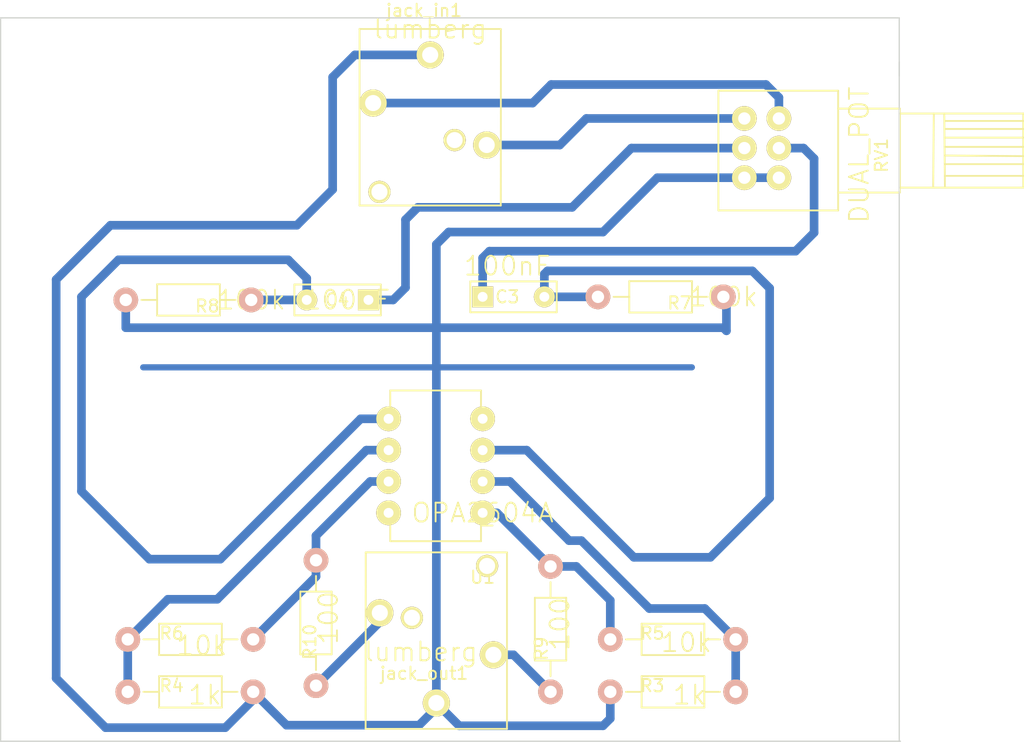
<source format=kicad_pcb>
(kicad_pcb (version 3) (host pcbnew "(22-Jun-2014 BZR 4027)-stable")

  (general
    (links 25)
    (no_connects 0)
    (area 83.649999 62.225 167.625001 123.25)
    (thickness 1.6)
    (drawings 5)
    (tracks 101)
    (zones 0)
    (modules 14)
    (nets 16)
  )

  (page A3)
  (layers
    (15 F.Cu signal)
    (0 B.Cu signal)
    (16 B.Adhes user)
    (17 F.Adhes user)
    (18 B.Paste user)
    (19 F.Paste user)
    (20 B.SilkS user)
    (21 F.SilkS user)
    (22 B.Mask user)
    (23 F.Mask user)
    (24 Dwgs.User user)
    (25 Cmts.User user)
    (26 Eco1.User user)
    (27 Eco2.User user)
    (28 Edge.Cuts user)
  )

  (setup
    (last_trace_width 0.5)
    (trace_clearance 1)
    (zone_clearance 0.508)
    (zone_45_only no)
    (trace_min 0.2)
    (segment_width 0.2)
    (edge_width 0.1)
    (via_size 2)
    (via_drill 1)
    (via_min_size 1.5)
    (via_min_drill 0.3)
    (uvia_size 0.3)
    (uvia_drill 0.1)
    (uvias_allowed no)
    (uvia_min_size 0.2)
    (uvia_min_drill 0.1)
    (pcb_text_width 0.3)
    (pcb_text_size 1.5 1.5)
    (mod_edge_width 0.15)
    (mod_text_size 1 1)
    (mod_text_width 0.15)
    (pad_size 2.2 2.2)
    (pad_drill 1.2)
    (pad_to_mask_clearance 0)
    (aux_axis_origin 0 0)
    (visible_elements 7FFFFFFF)
    (pcbplotparams
      (layerselection 1)
      (usegerberextensions true)
      (excludeedgelayer true)
      (linewidth 0.150000)
      (plotframeref false)
      (viasonmask false)
      (mode 1)
      (useauxorigin false)
      (hpglpennumber 1)
      (hpglpenspeed 20)
      (hpglpendiameter 15)
      (hpglpenoverlay 2)
      (psnegative false)
      (psa4output false)
      (plotreference true)
      (plotvalue true)
      (plotothertext true)
      (plotinvisibletext false)
      (padsonsilk false)
      (subtractmaskfromsilk false)
      (outputformat 1)
      (mirror false)
      (drillshape 0)
      (scaleselection 1)
      (outputdirectory ""))
  )

  (net 0 "")
  (net 1 GNDREF)
  (net 2 N-0000010)
  (net 3 N-0000011)
  (net 4 N-0000012)
  (net 5 N-0000015)
  (net 6 N-000002)
  (net 7 N-000003)
  (net 8 N-000004)
  (net 9 N-000005)
  (net 10 N-000006)
  (net 11 N-000007)
  (net 12 N-000008)
  (net 13 N-000009)
  (net 14 VCC)
  (net 15 VEE)

  (net_class Default "To jest domyślna klasa połączeń."
    (clearance 1)
    (trace_width 0.5)
    (via_dia 2)
    (via_drill 1)
    (uvia_dia 0.3)
    (uvia_drill 0.1)
    (add_net "")
  )

  (net_class gn ""
    (clearance 1)
    (trace_width 0.7)
    (via_dia 2)
    (via_drill 1)
    (uvia_dia 0.3)
    (uvia_drill 0.1)
    (add_net GNDREF)
  )

  (net_class sygn1 ""
    (clearance 1)
    (trace_width 0.7)
    (via_dia 2)
    (via_drill 1)
    (uvia_dia 0.3)
    (uvia_drill 0.1)
    (add_net N-0000010)
    (add_net N-0000011)
    (add_net N-0000012)
    (add_net N-0000015)
    (add_net N-000002)
    (add_net N-000003)
    (add_net N-000004)
    (add_net N-000005)
    (add_net N-000006)
    (add_net N-000007)
    (add_net N-000008)
    (add_net N-000009)
  )

  (net_class sygn2 ""
    (clearance 1)
    (trace_width 0.7)
    (via_dia 2)
    (via_drill 1)
    (uvia_dia 0.3)
    (uvia_drill 0.1)
  )

  (net_class sygn3 ""
    (clearance 1)
    (trace_width 0.7)
    (via_dia 2)
    (via_drill 1)
    (uvia_dia 0.3)
    (uvia_drill 0.1)
  )

  (net_class sygn4 ""
    (clearance 1)
    (trace_width 0.7)
    (via_dia 2)
    (via_drill 1)
    (uvia_dia 0.3)
    (uvia_drill 0.1)
  )

  (net_class sygn5 ""
    (clearance 1)
    (trace_width 0.7)
    (via_dia 2)
    (via_drill 1)
    (uvia_dia 0.3)
    (uvia_drill 0.1)
  )

  (net_class vccvee ""
    (clearance 1)
    (trace_width 0.7)
    (via_dia 2)
    (via_drill 1)
    (uvia_dia 0.3)
    (uvia_drill 0.1)
    (add_net VCC)
    (add_net VEE)
  )

  (module tk_wima_C_Rect_L7_W2.5_P5 (layer F.Cu) (tedit 58C26C2B) (tstamp 58C012B3)
    (at 113.5 87.25 180)
    (descr "wima 7x 2.5x5mm")
    (tags Capacitor)
    (path /5799D456)
    (fp_text reference C4 (at 2.54 0 180) (layer F.SilkS)
      (effects (font (size 1 1) (thickness 0.15)))
    )
    (fp_text value 100nF (at 1.75 0 180) (layer F.SilkS)
      (effects (font (size 1.524 1.524) (thickness 0.15)))
    )
    (fp_line (start -1 -1.25) (end 6 -1.25) (layer F.SilkS) (width 0.15))
    (fp_line (start 6 -1.25) (end 6 1.25) (layer F.SilkS) (width 0.15))
    (fp_line (start 6 1.25) (end -1 1.25) (layer F.SilkS) (width 0.15))
    (fp_line (start -1 1.25) (end -1 -1.25) (layer F.SilkS) (width 0.15))
    (pad 1 thru_hole rect (at 0 0 180) (size 1.7 1.7) (drill 0.8)
      (layers *.Cu *.Mask F.SilkS)
      (net 9 N-000005)
    )
    (pad 2 thru_hole circle (at 5 0 180) (size 1.7 1.7) (drill 0.8)
      (layers *.Cu *.Mask F.SilkS)
      (net 10 N-000006)
    )
    (model Capacitors_ThroughHole.3dshapes/C_Rect_L7_W2_P5.wrl
      (at (xyz 0.1 0 0))
      (scale (xyz 1 1 1))
      (rotate (xyz 0 0 0))
    )
  )

  (module tk_wima_C_Rect_L7_W2.5_P5 (layer F.Cu) (tedit 58C26829) (tstamp 58C012BD)
    (at 122.75 87)
    (descr "wima 7x 2.5x5mm")
    (tags Capacitor)
    (path /5799CC47)
    (fp_text reference C3 (at 2 0) (layer F.SilkS)
      (effects (font (size 1 1) (thickness 0.15)))
    )
    (fp_text value 100nF (at 2 -2.5) (layer F.SilkS)
      (effects (font (size 1.524 1.524) (thickness 0.15)))
    )
    (fp_line (start -1 -1.25) (end 6 -1.25) (layer F.SilkS) (width 0.15))
    (fp_line (start 6 -1.25) (end 6 1.25) (layer F.SilkS) (width 0.15))
    (fp_line (start 6 1.25) (end -1 1.25) (layer F.SilkS) (width 0.15))
    (fp_line (start -1 1.25) (end -1 -1.25) (layer F.SilkS) (width 0.15))
    (pad 1 thru_hole rect (at 0 0) (size 1.7 1.7) (drill 0.8)
      (layers *.Cu *.Mask F.SilkS)
      (net 8 N-000004)
    )
    (pad 2 thru_hole circle (at 5 0) (size 1.7 1.7) (drill 0.8)
      (layers *.Cu *.Mask F.SilkS)
      (net 3 N-0000011)
    )
    (model Capacitors_ThroughHole.3dshapes/C_Rect_L7_W2_P5.wrl
      (at (xyz 0.1 0 0))
      (scale (xyz 1 1 1))
      (rotate (xyz 0 0 0))
    )
  )

  (module tk_Resistor_Horizontal_RM10mm (layer F.Cu) (tedit 58C2931A) (tstamp 58C012CF)
    (at 143.25 119 180)
    (descr "Resistor, Axial,  RM 10mm, 1/3W")
    (tags "Resistor Axial RM 10mm 1/3W")
    (path /576B9F4D)
    (fp_text reference R3 (at 6.75 0.5 180) (layer F.SilkS)
      (effects (font (size 1 1) (thickness 0.15)))
    )
    (fp_text value 1k (at 3.75 -0.25 180) (layer F.SilkS)
      (effects (font (size 1.524 1.524) (thickness 0.15)))
    )
    (fp_line (start 2.54 -1.27) (end 7.62 -1.27) (layer F.SilkS) (width 0.15))
    (fp_line (start 7.62 -1.27) (end 7.62 1.27) (layer F.SilkS) (width 0.15))
    (fp_line (start 7.62 1.27) (end 2.54 1.27) (layer F.SilkS) (width 0.15))
    (fp_line (start 2.54 1.27) (end 2.54 -1.27) (layer F.SilkS) (width 0.15))
    (fp_line (start 2.54 0) (end 1.27 0) (layer F.SilkS) (width 0.15))
    (fp_line (start 7.62 0) (end 8.89 0) (layer F.SilkS) (width 0.15))
    (pad 1 thru_hole circle (at 0 0 180) (size 1.99898 1.99898) (drill 1.00076)
      (layers *.Cu *.SilkS *.Mask)
      (net 13 N-000009)
      (clearance 1)
    )
    (pad 2 thru_hole circle (at 10.16 0 180) (size 1.99898 1.99898) (drill 1.00076)
      (layers *.Cu *.SilkS *.Mask)
      (net 1 GNDREF)
      (clearance 1)
    )
    (model Resistors_ThroughHole.3dshapes/Resistor_Horizontal_RM10mm.wrl
      (at (xyz 0.2 0 0))
      (scale (xyz 0.4 0.4 0.4))
      (rotate (xyz 0 0 0))
    )
  )

  (module tk_Resistor_Horizontal_RM10mm (layer F.Cu) (tedit 58C292E7) (tstamp 58C012DB)
    (at 109.25 118.5 90)
    (descr "Resistor, Axial,  RM 10mm, 1/3W")
    (tags "Resistor Axial RM 10mm 1/3W")
    (path /579B1DA7)
    (fp_text reference R10 (at 3.55 -0.5 90) (layer F.SilkS)
      (effects (font (size 1 1) (thickness 0.15)))
    )
    (fp_text value 100 (at 5.5 1 90) (layer F.SilkS)
      (effects (font (size 1.524 1.524) (thickness 0.15)))
    )
    (fp_line (start 2.54 -1.27) (end 7.62 -1.27) (layer F.SilkS) (width 0.15))
    (fp_line (start 7.62 -1.27) (end 7.62 1.27) (layer F.SilkS) (width 0.15))
    (fp_line (start 7.62 1.27) (end 2.54 1.27) (layer F.SilkS) (width 0.15))
    (fp_line (start 2.54 1.27) (end 2.54 -1.27) (layer F.SilkS) (width 0.15))
    (fp_line (start 2.54 0) (end 1.27 0) (layer F.SilkS) (width 0.15))
    (fp_line (start 7.62 0) (end 8.89 0) (layer F.SilkS) (width 0.15))
    (pad 1 thru_hole circle (at 0 0 90) (size 1.99898 1.99898) (drill 1.00076)
      (layers *.Cu *.SilkS *.Mask)
      (net 12 N-000008)
      (clearance 1)
    )
    (pad 2 thru_hole circle (at 10.16 0 90) (size 1.99898 1.99898) (drill 1.00076)
      (layers *.Cu *.SilkS *.Mask)
      (net 4 N-0000012)
      (clearance 1)
    )
    (model Resistors_ThroughHole.3dshapes/Resistor_Horizontal_RM10mm.wrl
      (at (xyz 0.2 0 0))
      (scale (xyz 0.4 0.4 0.4))
      (rotate (xyz 0 0 0))
    )
  )

  (module tk_Resistor_Horizontal_RM10mm (layer F.Cu) (tedit 58C29308) (tstamp 58C012E7)
    (at 128.25 119 90)
    (descr "Resistor, Axial,  RM 10mm, 1/3W")
    (tags "Resistor Axial RM 10mm 1/3W")
    (path /579B1CB6)
    (fp_text reference R9 (at 3.5 -0.75 90) (layer F.SilkS)
      (effects (font (size 1 1) (thickness 0.15)))
    )
    (fp_text value 100 (at 5.5 0.75 90) (layer F.SilkS)
      (effects (font (size 1.524 1.524) (thickness 0.15)))
    )
    (fp_line (start 2.54 -1.27) (end 7.62 -1.27) (layer F.SilkS) (width 0.15))
    (fp_line (start 7.62 -1.27) (end 7.62 1.27) (layer F.SilkS) (width 0.15))
    (fp_line (start 7.62 1.27) (end 2.54 1.27) (layer F.SilkS) (width 0.15))
    (fp_line (start 2.54 1.27) (end 2.54 -1.27) (layer F.SilkS) (width 0.15))
    (fp_line (start 2.54 0) (end 1.27 0) (layer F.SilkS) (width 0.15))
    (fp_line (start 7.62 0) (end 8.89 0) (layer F.SilkS) (width 0.15))
    (pad 1 thru_hole circle (at 0 0 90) (size 1.99898 1.99898) (drill 1.00076)
      (layers *.Cu *.SilkS *.Mask)
      (net 11 N-000007)
      (clearance 1)
    )
    (pad 2 thru_hole circle (at 10.16 0 90) (size 1.99898 1.99898) (drill 1.00076)
      (layers *.Cu *.SilkS *.Mask)
      (net 5 N-0000015)
      (clearance 1)
    )
    (model Resistors_ThroughHole.3dshapes/Resistor_Horizontal_RM10mm.wrl
      (at (xyz 0.2 0 0))
      (scale (xyz 0.4 0.4 0.4))
      (rotate (xyz 0 0 0))
    )
  )

  (module tk_Resistor_Horizontal_RM10mm (layer F.Cu) (tedit 58BEB39D) (tstamp 58C27CAF)
    (at 104 87.25 180)
    (descr "Resistor, Axial,  RM 10mm, 1/3W")
    (tags "Resistor Axial RM 10mm 1/3W")
    (path /576BC3E9)
    (fp_text reference R8 (at 3.55 -0.5 180) (layer F.SilkS)
      (effects (font (size 1 1) (thickness 0.15)))
    )
    (fp_text value 100k (at 0 0 180) (layer F.SilkS)
      (effects (font (size 1.524 1.524) (thickness 0.15)))
    )
    (fp_line (start 2.54 -1.27) (end 7.62 -1.27) (layer F.SilkS) (width 0.15))
    (fp_line (start 7.62 -1.27) (end 7.62 1.27) (layer F.SilkS) (width 0.15))
    (fp_line (start 7.62 1.27) (end 2.54 1.27) (layer F.SilkS) (width 0.15))
    (fp_line (start 2.54 1.27) (end 2.54 -1.27) (layer F.SilkS) (width 0.15))
    (fp_line (start 2.54 0) (end 1.27 0) (layer F.SilkS) (width 0.15))
    (fp_line (start 7.62 0) (end 8.89 0) (layer F.SilkS) (width 0.15))
    (pad 1 thru_hole circle (at 0 0 180) (size 1.99898 1.99898) (drill 1.00076)
      (layers *.Cu *.SilkS *.Mask)
      (net 10 N-000006)
      (clearance 1)
    )
    (pad 2 thru_hole circle (at 10.16 0 180) (size 1.99898 1.99898) (drill 1.00076)
      (layers *.Cu *.SilkS *.Mask)
      (net 1 GNDREF)
      (clearance 1)
    )
    (model Resistors_ThroughHole.3dshapes/Resistor_Horizontal_RM10mm.wrl
      (at (xyz 0.2 0 0))
      (scale (xyz 0.4 0.4 0.4))
      (rotate (xyz 0 0 0))
    )
  )

  (module tk_Resistor_Horizontal_RM10mm (layer F.Cu) (tedit 58BEB39D) (tstamp 58C012FF)
    (at 142.25 87 180)
    (descr "Resistor, Axial,  RM 10mm, 1/3W")
    (tags "Resistor Axial RM 10mm 1/3W")
    (path /576BC398)
    (fp_text reference R7 (at 3.55 -0.5 180) (layer F.SilkS)
      (effects (font (size 1 1) (thickness 0.15)))
    )
    (fp_text value 100k (at 0 0 180) (layer F.SilkS)
      (effects (font (size 1.524 1.524) (thickness 0.15)))
    )
    (fp_line (start 2.54 -1.27) (end 7.62 -1.27) (layer F.SilkS) (width 0.15))
    (fp_line (start 7.62 -1.27) (end 7.62 1.27) (layer F.SilkS) (width 0.15))
    (fp_line (start 7.62 1.27) (end 2.54 1.27) (layer F.SilkS) (width 0.15))
    (fp_line (start 2.54 1.27) (end 2.54 -1.27) (layer F.SilkS) (width 0.15))
    (fp_line (start 2.54 0) (end 1.27 0) (layer F.SilkS) (width 0.15))
    (fp_line (start 7.62 0) (end 8.89 0) (layer F.SilkS) (width 0.15))
    (pad 1 thru_hole circle (at 0 0 180) (size 1.99898 1.99898) (drill 1.00076)
      (layers *.Cu *.SilkS *.Mask)
      (net 1 GNDREF)
      (clearance 1)
    )
    (pad 2 thru_hole circle (at 10.16 0 180) (size 1.99898 1.99898) (drill 1.00076)
      (layers *.Cu *.SilkS *.Mask)
      (net 3 N-0000011)
      (clearance 1)
    )
    (model Resistors_ThroughHole.3dshapes/Resistor_Horizontal_RM10mm.wrl
      (at (xyz 0.2 0 0))
      (scale (xyz 0.4 0.4 0.4))
      (rotate (xyz 0 0 0))
    )
  )

  (module tk_Resistor_Horizontal_RM10mm (layer F.Cu) (tedit 58C292C9) (tstamp 58C0130B)
    (at 94 119)
    (descr "Resistor, Axial,  RM 10mm, 1/3W")
    (tags "Resistor Axial RM 10mm 1/3W")
    (path /576B9EB8)
    (fp_text reference R4 (at 3.55 -0.5) (layer F.SilkS)
      (effects (font (size 1 1) (thickness 0.15)))
    )
    (fp_text value 1k (at 6.25 0.25) (layer F.SilkS)
      (effects (font (size 1.524 1.524) (thickness 0.15)))
    )
    (fp_line (start 2.54 -1.27) (end 7.62 -1.27) (layer F.SilkS) (width 0.15))
    (fp_line (start 7.62 -1.27) (end 7.62 1.27) (layer F.SilkS) (width 0.15))
    (fp_line (start 7.62 1.27) (end 2.54 1.27) (layer F.SilkS) (width 0.15))
    (fp_line (start 2.54 1.27) (end 2.54 -1.27) (layer F.SilkS) (width 0.15))
    (fp_line (start 2.54 0) (end 1.27 0) (layer F.SilkS) (width 0.15))
    (fp_line (start 7.62 0) (end 8.89 0) (layer F.SilkS) (width 0.15))
    (pad 1 thru_hole circle (at 0 0) (size 1.99898 1.99898) (drill 1.00076)
      (layers *.Cu *.SilkS *.Mask)
      (net 2 N-0000010)
      (clearance 1)
    )
    (pad 2 thru_hole circle (at 10.16 0) (size 1.99898 1.99898) (drill 1.00076)
      (layers *.Cu *.SilkS *.Mask)
      (net 1 GNDREF)
      (clearance 1)
    )
    (model Resistors_ThroughHole.3dshapes/Resistor_Horizontal_RM10mm.wrl
      (at (xyz 0.2 0 0))
      (scale (xyz 0.4 0.4 0.4))
      (rotate (xyz 0 0 0))
    )
  )

  (module tk_Resistor_Horizontal_RM10mm (layer F.Cu) (tedit 58C292D4) (tstamp 58C01317)
    (at 94 114.75)
    (descr "Resistor, Axial,  RM 10mm, 1/3W")
    (tags "Resistor Axial RM 10mm 1/3W")
    (path /576B9B93)
    (fp_text reference R6 (at 3.55 -0.5) (layer F.SilkS)
      (effects (font (size 1 1) (thickness 0.15)))
    )
    (fp_text value 10k (at 6 0.5) (layer F.SilkS)
      (effects (font (size 1.524 1.524) (thickness 0.15)))
    )
    (fp_line (start 2.54 -1.27) (end 7.62 -1.27) (layer F.SilkS) (width 0.15))
    (fp_line (start 7.62 -1.27) (end 7.62 1.27) (layer F.SilkS) (width 0.15))
    (fp_line (start 7.62 1.27) (end 2.54 1.27) (layer F.SilkS) (width 0.15))
    (fp_line (start 2.54 1.27) (end 2.54 -1.27) (layer F.SilkS) (width 0.15))
    (fp_line (start 2.54 0) (end 1.27 0) (layer F.SilkS) (width 0.15))
    (fp_line (start 7.62 0) (end 8.89 0) (layer F.SilkS) (width 0.15))
    (pad 1 thru_hole circle (at 0 0) (size 1.99898 1.99898) (drill 1.00076)
      (layers *.Cu *.SilkS *.Mask)
      (net 2 N-0000010)
      (clearance 1)
    )
    (pad 2 thru_hole circle (at 10.16 0) (size 1.99898 1.99898) (drill 1.00076)
      (layers *.Cu *.SilkS *.Mask)
      (net 4 N-0000012)
      (clearance 1)
    )
    (model Resistors_ThroughHole.3dshapes/Resistor_Horizontal_RM10mm.wrl
      (at (xyz 0.2 0 0))
      (scale (xyz 0.4 0.4 0.4))
      (rotate (xyz 0 0 0))
    )
  )

  (module tk_Resistor_Horizontal_RM10mm (layer F.Cu) (tedit 58C29312) (tstamp 58C01323)
    (at 143.25 114.75 180)
    (descr "Resistor, Axial,  RM 10mm, 1/3W")
    (tags "Resistor Axial RM 10mm 1/3W")
    (path /576B9B60)
    (fp_text reference R5 (at 6.75 0.5 180) (layer F.SilkS)
      (effects (font (size 1 1) (thickness 0.15)))
    )
    (fp_text value 10k (at 4 -0.25 180) (layer F.SilkS)
      (effects (font (size 1.524 1.524) (thickness 0.15)))
    )
    (fp_line (start 2.54 -1.27) (end 7.62 -1.27) (layer F.SilkS) (width 0.15))
    (fp_line (start 7.62 -1.27) (end 7.62 1.27) (layer F.SilkS) (width 0.15))
    (fp_line (start 7.62 1.27) (end 2.54 1.27) (layer F.SilkS) (width 0.15))
    (fp_line (start 2.54 1.27) (end 2.54 -1.27) (layer F.SilkS) (width 0.15))
    (fp_line (start 2.54 0) (end 1.27 0) (layer F.SilkS) (width 0.15))
    (fp_line (start 7.62 0) (end 8.89 0) (layer F.SilkS) (width 0.15))
    (pad 1 thru_hole circle (at 0 0 180) (size 1.99898 1.99898) (drill 1.00076)
      (layers *.Cu *.SilkS *.Mask)
      (net 13 N-000009)
      (clearance 1)
    )
    (pad 2 thru_hole circle (at 10.16 0 180) (size 1.99898 1.99898) (drill 1.00076)
      (layers *.Cu *.SilkS *.Mask)
      (net 5 N-0000015)
      (clearance 1)
    )
    (model Resistors_ThroughHole.3dshapes/Resistor_Horizontal_RM10mm.wrl
      (at (xyz 0.2 0 0))
      (scale (xyz 0.4 0.4 0.4))
      (rotate (xyz 0 0 0))
    )
  )

  (module tk_Potentiometer_10k-double-nioh (layer F.Cu) (tedit 58BEC0F4) (tstamp 58C27B76)
    (at 151.25 73 90)
    (descr "Potentiometer, double, dual,  Alps, RK16, single, RevA, 30 July 2010,")
    (tags "Potentiometer, double, dual, Alps, RK16, single, RevA, 30 July 2010,")
    (path /576BB17C)
    (fp_text reference RV1 (at -2.54 3.81 90) (layer F.SilkS)
      (effects (font (size 1 1) (thickness 0.15)))
    )
    (fp_text value DUAL_POT (at -2.5 2 90) (layer F.SilkS)
      (effects (font (size 1.524 1.524) (thickness 0.15)))
    )
    (fp_line (start -5.1 8.95) (end 0.8 8.9) (layer F.SilkS) (width 0.15))
    (fp_line (start -4.2 8.95) (end -4.2 15.25) (layer F.SilkS) (width 0.15))
    (fp_line (start -3.25 8.95) (end -3.25 15.3) (layer F.SilkS) (width 0.15))
    (fp_line (start -2.55 8.95) (end -2.6 15.25) (layer F.SilkS) (width 0.15))
    (fp_line (start -1.85 8.95) (end -1.85 15.25) (layer F.SilkS) (width 0.15))
    (fp_line (start -1.1 9) (end -1.1 15.3) (layer F.SilkS) (width 0.15))
    (fp_line (start -0.4 9) (end -0.4 15.25) (layer F.SilkS) (width 0.15))
    (fp_line (start 0.25 8.95) (end 0.25 15.25) (layer F.SilkS) (width 0.15))
    (fp_line (start 0.85 8.05) (end -5.15 8) (layer F.SilkS) (width 0.15))
    (fp_line (start 0.85 5.3) (end -5.15 5.3) (layer F.SilkS) (width 0.15))
    (fp_line (start -5.15 5.3) (end -5.15 15.3) (layer F.SilkS) (width 0.15))
    (fp_line (start -5.15 15.3) (end 0.85 15.3) (layer F.SilkS) (width 0.15))
    (fp_line (start 0.85 15.3) (end 0.85 5.3) (layer F.SilkS) (width 0.15))
    (fp_line (start -5.55 0.3) (end -5.55 5.3) (layer F.SilkS) (width 0.15))
    (fp_line (start -5.55 5.3) (end 1.25 5.3) (layer F.SilkS) (width 0.15))
    (fp_line (start 1.25 0.3) (end 1.25 5.3) (layer F.SilkS) (width 0.15))
    (fp_line (start 2.7 0.3) (end 2.7 -9.4) (layer F.SilkS) (width 0.15))
    (fp_line (start 2.7 -9.4) (end -7 -9.4) (layer F.SilkS) (width 0.15))
    (fp_line (start -7 0.3) (end 2.7 0.3) (layer F.SilkS) (width 0.15))
    (fp_line (start -7 -9.4) (end -7 0.3) (layer F.SilkS) (width 0.15))
    (pad 4 thru_hole circle (at -4.35 -7.3) (size 2 2) (drill 1)
      (layers *.Cu *.Mask F.SilkS)
      (net 1 GNDREF)
      (clearance 1)
    )
    (pad 5 thru_hole circle (at -1.95 -7.3) (size 2 2) (drill 1)
      (layers *.Cu *.Mask F.SilkS)
      (net 9 N-000005)
      (clearance 1)
    )
    (pad 6 thru_hole circle (at 0.45 -7.3) (size 2 2) (drill 1)
      (layers *.Cu *.Mask F.SilkS)
      (net 7 N-000003)
      (clearance 1)
    )
    (pad 2 thru_hole circle (at -1.95 -4.5) (size 2 2) (drill 1)
      (layers *.Cu *.Mask F.SilkS)
      (net 8 N-000004)
      (clearance 1)
    )
    (pad 1 thru_hole circle (at -4.35 -4.5) (size 2 2) (drill 1)
      (layers *.Cu *.Mask F.SilkS)
      (net 1 GNDREF)
      (clearance 1)
    )
    (pad 3 thru_hole circle (at 0.45 -4.5) (size 2 2) (drill 1)
      (layers *.Cu *.Mask F.SilkS)
      (net 6 N-000002)
      (clearance 1)
    )
  )

  (module tk_lumberg (layer F.Cu) (tedit 58C292F8) (tstamp 58C01366)
    (at 119 122)
    (path /579600D8)
    (fp_text reference jack_out1 (at -1 -4.5) (layer F.SilkS)
      (effects (font (size 1 1) (thickness 0.15)))
    )
    (fp_text value lumberg (at -1.25 -6.25) (layer F.SilkS)
      (effects (font (size 1.524 1.524) (thickness 0.15)))
    )
    (fp_line (start -5.72 0) (end 5.72 0) (layer F.SilkS) (width 0.15))
    (fp_line (start 5.72 0) (end 5.72 -14.3) (layer F.SilkS) (width 0.15))
    (fp_line (start 5.72 -14.3) (end -5.72 -14.3) (layer F.SilkS) (width 0.15))
    (fp_line (start -5.72 -14.3) (end -5.73 -0.02) (layer F.SilkS) (width 0.15))
    (pad 1 thru_hole circle (at 0 -2.1) (size 2.2 2.2) (drill 1.3)
      (layers *.Cu *.Mask F.SilkS)
      (net 1 GNDREF)
    )
    (pad 2 thru_hole circle (at 4.62 -6) (size 2.2 2.2) (drill 1.3)
      (layers *.Cu *.Mask F.SilkS)
      (net 11 N-000007)
    )
    (pad 3 thru_hole circle (at -4.58 -9.4) (size 2.2 2.2) (drill 1.3)
      (layers *.Cu *.Mask F.SilkS)
      (net 12 N-000008)
    )
    (pad 4 thru_hole circle (at -1.98 -9) (size 1.8 1.8) (drill 1.3)
      (layers *.Cu *.Mask F.SilkS)
    )
    (pad 5 thru_hole circle (at 4.11 -13.2) (size 1.8 1.8) (drill 1.3)
      (layers *.Cu *.Mask F.SilkS)
    )
  )

  (module tk_lumberg (layer F.Cu) (tedit 58BEB257) (tstamp 58C01373)
    (at 118.5 65.3 180)
    (path /57961887)
    (fp_text reference jack_in1 (at 0.5 1.5 180) (layer F.SilkS)
      (effects (font (size 1 1) (thickness 0.15)))
    )
    (fp_text value lumberg (at 0 0 180) (layer F.SilkS)
      (effects (font (size 1.524 1.524) (thickness 0.15)))
    )
    (fp_line (start -5.72 0) (end 5.72 0) (layer F.SilkS) (width 0.15))
    (fp_line (start 5.72 0) (end 5.72 -14.3) (layer F.SilkS) (width 0.15))
    (fp_line (start 5.72 -14.3) (end -5.72 -14.3) (layer F.SilkS) (width 0.15))
    (fp_line (start -5.72 -14.3) (end -5.73 -0.02) (layer F.SilkS) (width 0.15))
    (pad 1 thru_hole circle (at 0 -2.1 180) (size 2.2 2.2) (drill 1.3)
      (layers *.Cu *.Mask F.SilkS)
      (net 1 GNDREF)
    )
    (pad 2 thru_hole circle (at 4.62 -6 180) (size 2.2 2.2) (drill 1.3)
      (layers *.Cu *.Mask F.SilkS)
      (net 6 N-000002)
    )
    (pad 3 thru_hole circle (at -4.58 -9.4 180) (size 2.2 2.2) (drill 1.3)
      (layers *.Cu *.Mask F.SilkS)
      (net 7 N-000003)
    )
    (pad 4 thru_hole circle (at -1.98 -9 180) (size 1.8 1.8) (drill 1.3)
      (layers *.Cu *.Mask F.SilkS)
    )
    (pad 5 thru_hole circle (at 4.11 -13.2 180) (size 1.8 1.8) (drill 1.3)
      (layers *.Cu *.Mask F.SilkS)
    )
  )

  (module tk_DIP-8_W7.62mm (layer F.Cu) (tedit 584FF285) (tstamp 58C01386)
    (at 122.75 104.5 180)
    (descr "8-lead dip package, row spacing 7.62 mm (300 mils)")
    (tags "dil dip 2.54 300")
    (path /576B95AD)
    (clearance 1)
    (fp_text reference U1 (at 0 -5.22 180) (layer F.SilkS)
      (effects (font (size 1 1) (thickness 0.15)))
    )
    (fp_text value OPA2604A (at 0 0 180) (layer F.SilkS)
      (effects (font (size 1.524 1.524) (thickness 0.15)))
    )
    (fp_line (start 0.135 -2.295) (end 0.135 -1.025) (layer F.SilkS) (width 0.15))
    (fp_line (start 7.485 -2.295) (end 7.485 -1.025) (layer F.SilkS) (width 0.15))
    (fp_line (start 7.485 9.915) (end 7.485 8.645) (layer F.SilkS) (width 0.15))
    (fp_line (start 0.135 9.915) (end 0.135 8.645) (layer F.SilkS) (width 0.15))
    (fp_line (start 0.135 -2.295) (end 7.485 -2.295) (layer F.SilkS) (width 0.15))
    (fp_line (start 0.135 9.915) (end 7.485 9.915) (layer F.SilkS) (width 0.15))
    (fp_line (start 0.135 -1.025) (end -0.8 -1.025) (layer F.SilkS) (width 0.15))
    (pad 1 thru_hole oval (at 0 0 180) (size 2 2) (drill 0.8)
      (layers *.Cu *.Mask F.SilkS)
      (net 5 N-0000015)
    )
    (pad 2 thru_hole oval (at 0 2.54 180) (size 2 2) (drill 0.8)
      (layers *.Cu *.Mask F.SilkS)
      (net 13 N-000009)
    )
    (pad 3 thru_hole oval (at 0 5.08 180) (size 2 2) (drill 0.8)
      (layers *.Cu *.Mask F.SilkS)
      (net 3 N-0000011)
    )
    (pad 4 thru_hole oval (at 0 7.62 180) (size 2 2) (drill 0.8)
      (layers *.Cu *.Mask F.SilkS)
      (net 15 VEE)
    )
    (pad 5 thru_hole oval (at 7.62 7.62 180) (size 2 2) (drill 0.8)
      (layers *.Cu *.Mask F.SilkS)
      (net 10 N-000006)
    )
    (pad 6 thru_hole oval (at 7.62 5.08 180) (size 2 2) (drill 0.8)
      (layers *.Cu *.Mask F.SilkS)
      (net 2 N-0000010)
    )
    (pad 7 thru_hole oval (at 7.62 2.54 180) (size 2 2) (drill 0.8)
      (layers *.Cu *.Mask F.SilkS)
      (net 4 N-0000012)
    )
    (pad 8 thru_hole oval (at 7.62 0 180) (size 2 2) (drill 0.8)
      (layers *.Cu *.Mask F.SilkS)
      (net 14 VCC)
    )
    (model Housings_DIP.3dshapes/DIP-8_W7.62mm.wrl
      (at (xyz 0 0 0))
      (scale (xyz 1 1 1))
      (rotate (xyz 0 0 0))
    )
  )

  (gr_line (start 156.5 64.4) (end 156.5 69.1) (angle 90) (layer Edge.Cuts) (width 0.1))
  (gr_line (start 83.7 64.4) (end 156.5 64.4) (angle 90) (layer Edge.Cuts) (width 0.1))
  (gr_line (start 83.7 123) (end 83.7 64.4) (angle 90) (layer Edge.Cuts) (width 0.1))
  (gr_line (start 83.7 123) (end 156.6 123) (angle 90) (layer Edge.Cuts) (width 0.1))
  (gr_line (start 156.5 68) (end 156.5 123) (angle 90) (layer Edge.Cuts) (width 0.1))

  (segment (start 95.25 92.71) (end 139.7 92.71) (width 0.5) (layer B.Cu) (net 0))
  (segment (start 104.16 119) (end 104.16 119.64) (width 0.7) (layer B.Cu) (net 1))
  (segment (start 112.4 67.4) (end 118.5 67.4) (width 0.7) (layer B.Cu) (net 1) (tstamp 58C2BB0A))
  (segment (start 110.6 69.2) (end 112.4 67.4) (width 0.7) (layer B.Cu) (net 1) (tstamp 58C2BB09))
  (segment (start 110.6 78.3) (end 110.6 69.2) (width 0.7) (layer B.Cu) (net 1) (tstamp 58C2BB07))
  (segment (start 107.7 81.2) (end 110.6 78.3) (width 0.7) (layer B.Cu) (net 1) (tstamp 58C2BB06))
  (segment (start 92.6 81.2) (end 107.7 81.2) (width 0.7) (layer B.Cu) (net 1) (tstamp 58C2BB04))
  (segment (start 88.2 85.6) (end 92.6 81.2) (width 0.7) (layer B.Cu) (net 1) (tstamp 58C2BB02))
  (segment (start 88.2 117.9) (end 88.2 85.6) (width 0.7) (layer B.Cu) (net 1) (tstamp 58C2BB00))
  (segment (start 92.2 121.9) (end 88.2 117.9) (width 0.7) (layer B.Cu) (net 1) (tstamp 58C2BAFF))
  (segment (start 101.9 121.9) (end 92.2 121.9) (width 0.7) (layer B.Cu) (net 1) (tstamp 58C2BAFE))
  (segment (start 104.16 119.64) (end 101.9 121.9) (width 0.7) (layer B.Cu) (net 1) (tstamp 58C2BAFD))
  (segment (start 119 119.9) (end 119 120.3) (width 0.7) (layer B.Cu) (net 1))
  (segment (start 106.86 121.7) (end 104.16 119) (width 0.7) (layer B.Cu) (net 1) (tstamp 58C2BAFB))
  (segment (start 117.6 121.7) (end 106.86 121.7) (width 0.7) (layer B.Cu) (net 1) (tstamp 58C2BAFA))
  (segment (start 119 120.3) (end 117.6 121.7) (width 0.7) (layer B.Cu) (net 1) (tstamp 58C2BAF9))
  (segment (start 133.09 119) (end 133.09 121.16) (width 0.7) (layer B.Cu) (net 1))
  (segment (start 120.85 121.75) (end 119 119.9) (width 0.7) (layer B.Cu) (net 1) (tstamp 58C2904F))
  (segment (start 132.5 121.75) (end 120.85 121.75) (width 0.7) (layer B.Cu) (net 1) (tstamp 58C2904B))
  (segment (start 133.09 121.16) (end 132.5 121.75) (width 0.7) (layer B.Cu) (net 1) (tstamp 58C29047))
  (segment (start 143.95 77.35) (end 146.75 77.35) (width 0.7) (layer B.Cu) (net 1))
  (segment (start 119 89.5) (end 119 82.75) (width 0.7) (layer B.Cu) (net 1))
  (segment (start 136.9 77.35) (end 143.95 77.35) (width 0.7) (layer B.Cu) (net 1) (tstamp 58C28FDE))
  (segment (start 132.5 81.75) (end 136.9 77.35) (width 0.7) (layer B.Cu) (net 1) (tstamp 58C28FDA))
  (segment (start 120 81.75) (end 132.5 81.75) (width 0.7) (layer B.Cu) (net 1) (tstamp 58C28FD5))
  (segment (start 119 82.75) (end 120 81.75) (width 0.7) (layer B.Cu) (net 1) (tstamp 58C28FD2))
  (segment (start 119 119.9) (end 119 89.5) (width 0.7) (layer B.Cu) (net 1))
  (segment (start 93.84 89.5) (end 119 89.5) (width 0.7) (layer B.Cu) (net 1))
  (segment (start 119 89.5) (end 142.25 89.5) (width 0.7) (layer B.Cu) (net 1) (tstamp 58C28EEC))
  (segment (start 142.25 89.5) (end 142.5 89.75) (width 0.7) (layer B.Cu) (net 1) (tstamp 58C28EBA))
  (segment (start 142.5 89.75) (end 142.5 87.25) (width 0.7) (layer B.Cu) (net 1) (tstamp 58C28EBF))
  (segment (start 142.5 87.25) (end 142.25 87) (width 0.7) (layer B.Cu) (net 1) (tstamp 58C28935))
  (segment (start 93.84 87.25) (end 93.84 89.5) (width 0.7) (layer B.Cu) (net 1))
  (segment (start 94 119) (end 94 114.75) (width 0.7) (layer B.Cu) (net 2))
  (segment (start 115.13 99.42) (end 113.33 99.42) (width 0.7) (layer B.Cu) (net 2))
  (segment (start 97.25 111.5) (end 94 114.75) (width 0.7) (layer B.Cu) (net 2) (tstamp 58C27D1D))
  (segment (start 101.25 111.5) (end 97.25 111.5) (width 0.7) (layer B.Cu) (net 2) (tstamp 58C27D1C))
  (segment (start 113.33 99.42) (end 101.25 111.5) (width 0.7) (layer B.Cu) (net 2) (tstamp 58C27D1B))
  (segment (start 127.75 87) (end 127.75 85.15) (width 0.7) (layer B.Cu) (net 3))
  (segment (start 126.32 99.42) (end 122.75 99.42) (width 0.7) (layer B.Cu) (net 3) (tstamp 58C2BB32))
  (segment (start 135 108.1) (end 126.32 99.42) (width 0.7) (layer B.Cu) (net 3) (tstamp 58C2BB30))
  (segment (start 141.2 108.1) (end 135 108.1) (width 0.7) (layer B.Cu) (net 3) (tstamp 58C2BB2E))
  (segment (start 146 103.3) (end 141.2 108.1) (width 0.7) (layer B.Cu) (net 3) (tstamp 58C2BB2C))
  (segment (start 146 86.3) (end 146 103.3) (width 0.7) (layer B.Cu) (net 3) (tstamp 58C2BB2B))
  (segment (start 144.6 84.9) (end 146 86.3) (width 0.7) (layer B.Cu) (net 3) (tstamp 58C2BB2A))
  (segment (start 128 84.9) (end 144.6 84.9) (width 0.7) (layer B.Cu) (net 3) (tstamp 58C2BB29))
  (segment (start 127.75 85.15) (end 128 84.9) (width 0.7) (layer B.Cu) (net 3) (tstamp 58C2BB28))
  (segment (start 132.09 87) (end 127.75 87) (width 0.7) (layer B.Cu) (net 3))
  (segment (start 115.13 101.96) (end 113.64 101.96) (width 0.7) (layer B.Cu) (net 4))
  (segment (start 109.25 106.35) (end 109.25 108.34) (width 0.7) (layer B.Cu) (net 4) (tstamp 58C2BB0E))
  (segment (start 113.64 101.96) (end 109.25 106.35) (width 0.7) (layer B.Cu) (net 4) (tstamp 58C2BB0D))
  (segment (start 109.25 108.34) (end 109.25 109.66) (width 0.7) (layer B.Cu) (net 4))
  (segment (start 109.25 109.66) (end 104.16 114.75) (width 0.7) (layer B.Cu) (net 4) (tstamp 58C27D15))
  (segment (start 128.25 108.84) (end 130.34 108.84) (width 0.7) (layer B.Cu) (net 5))
  (segment (start 133.09 111.59) (end 133.09 114.75) (width 0.7) (layer B.Cu) (net 5) (tstamp 58C2875C))
  (segment (start 130.34 108.84) (end 133.09 111.59) (width 0.7) (layer B.Cu) (net 5) (tstamp 58C28757))
  (segment (start 122.75 104.5) (end 123.91 104.5) (width 0.7) (layer B.Cu) (net 5))
  (segment (start 123.91 104.5) (end 128.25 108.84) (width 0.7) (layer B.Cu) (net 5) (tstamp 58C28752))
  (segment (start 113.88 71.3) (end 126.8 71.3) (width 0.7) (layer B.Cu) (net 6))
  (segment (start 146.75 70.85) (end 146.75 72.55) (width 0.7) (layer B.Cu) (net 6) (tstamp 58C29DC5))
  (segment (start 145.7 69.8) (end 146.75 70.85) (width 0.7) (layer B.Cu) (net 6) (tstamp 58C29DC0))
  (segment (start 128.3 69.8) (end 145.7 69.8) (width 0.7) (layer B.Cu) (net 6) (tstamp 58C29DBD))
  (segment (start 126.8 71.3) (end 128.3 69.8) (width 0.7) (layer B.Cu) (net 6) (tstamp 58C29DB5))
  (segment (start 123.08 74.7) (end 129 74.7) (width 0.7) (layer B.Cu) (net 7))
  (segment (start 131.15 72.55) (end 143.95 72.55) (width 0.7) (layer B.Cu) (net 7) (tstamp 58C29DA9))
  (segment (start 129 74.7) (end 131.15 72.55) (width 0.7) (layer B.Cu) (net 7) (tstamp 58C29D9E))
  (segment (start 122.75 87) (end 122.75 83.85) (width 0.7) (layer B.Cu) (net 8))
  (segment (start 148.75 74.95) (end 146.75 74.95) (width 0.7) (layer B.Cu) (net 8) (tstamp 58C2BB25))
  (segment (start 149.6 75.8) (end 148.75 74.95) (width 0.7) (layer B.Cu) (net 8) (tstamp 58C2BB24))
  (segment (start 149.6 81.8) (end 149.6 75.8) (width 0.7) (layer B.Cu) (net 8) (tstamp 58C2BB23))
  (segment (start 148.1 83.3) (end 149.6 81.8) (width 0.7) (layer B.Cu) (net 8) (tstamp 58C2BB22))
  (segment (start 123.3 83.3) (end 148.1 83.3) (width 0.7) (layer B.Cu) (net 8) (tstamp 58C2BB21))
  (segment (start 122.75 83.85) (end 123.3 83.3) (width 0.7) (layer B.Cu) (net 8) (tstamp 58C2BB20))
  (segment (start 113.5 87.25) (end 115.5 87.25) (width 0.7) (layer B.Cu) (net 9))
  (segment (start 134.8 74.95) (end 143.95 74.95) (width 0.7) (layer B.Cu) (net 9) (tstamp 58C28F33))
  (segment (start 130 79.75) (end 134.8 74.95) (width 0.7) (layer B.Cu) (net 9) (tstamp 58C28F2F))
  (segment (start 117.5 79.75) (end 130 79.75) (width 0.7) (layer B.Cu) (net 9) (tstamp 58C28F1D))
  (segment (start 116.5 80.75) (end 117.5 79.75) (width 0.7) (layer B.Cu) (net 9) (tstamp 58C28F1A))
  (segment (start 116.5 86.25) (end 116.5 80.75) (width 0.7) (layer B.Cu) (net 9) (tstamp 58C28F17))
  (segment (start 115.5 87.25) (end 116.5 86.25) (width 0.7) (layer B.Cu) (net 9) (tstamp 58C28F08))
  (segment (start 108.5 87.25) (end 104 87.25) (width 0.7) (layer B.Cu) (net 10))
  (segment (start 115.13 96.88) (end 112.87 96.88) (width 0.7) (layer B.Cu) (net 10))
  (segment (start 108.5 85.5) (end 108.5 87.25) (width 0.7) (layer B.Cu) (net 10) (tstamp 58C2864D))
  (segment (start 107 84) (end 108.5 85.5) (width 0.7) (layer B.Cu) (net 10) (tstamp 58C28647))
  (segment (start 93.25 84) (end 107 84) (width 0.7) (layer B.Cu) (net 10) (tstamp 58C28640))
  (segment (start 90.25 87) (end 93.25 84) (width 0.7) (layer B.Cu) (net 10) (tstamp 58C2863E))
  (segment (start 90.25 102.75) (end 90.25 87) (width 0.7) (layer B.Cu) (net 10) (tstamp 58C28637))
  (segment (start 95.75 108.25) (end 90.25 102.75) (width 0.7) (layer B.Cu) (net 10) (tstamp 58C28633))
  (segment (start 101.5 108.25) (end 95.75 108.25) (width 0.7) (layer B.Cu) (net 10) (tstamp 58C2862E))
  (segment (start 112.87 96.88) (end 101.5 108.25) (width 0.7) (layer B.Cu) (net 10) (tstamp 58C28628))
  (segment (start 123.62 116) (end 125.25 116) (width 0.7) (layer B.Cu) (net 11))
  (segment (start 125.25 116) (end 128.25 119) (width 0.7) (layer B.Cu) (net 11) (tstamp 58C27208))
  (segment (start 114.42 112.6) (end 114.42 113.33) (width 0.7) (layer B.Cu) (net 12))
  (segment (start 114.42 113.33) (end 109.25 118.5) (width 0.7) (layer B.Cu) (net 12) (tstamp 58C27210))
  (segment (start 143.25 119) (end 143.25 114.75) (width 0.7) (layer B.Cu) (net 13))
  (segment (start 122.75 101.96) (end 124.96 101.96) (width 0.7) (layer B.Cu) (net 13))
  (segment (start 140.75 112.25) (end 143.25 114.75) (width 0.7) (layer B.Cu) (net 13) (tstamp 58C2882F))
  (segment (start 136.25 112.25) (end 140.75 112.25) (width 0.7) (layer B.Cu) (net 13) (tstamp 58C2882D))
  (segment (start 130.75 106.75) (end 136.25 112.25) (width 0.7) (layer B.Cu) (net 13) (tstamp 58C2882C))
  (segment (start 129.75 106.75) (end 130.75 106.75) (width 0.7) (layer B.Cu) (net 13) (tstamp 58C2882B))
  (segment (start 124.96 101.96) (end 129.75 106.75) (width 0.7) (layer B.Cu) (net 13) (tstamp 58C2882A))

)

</source>
